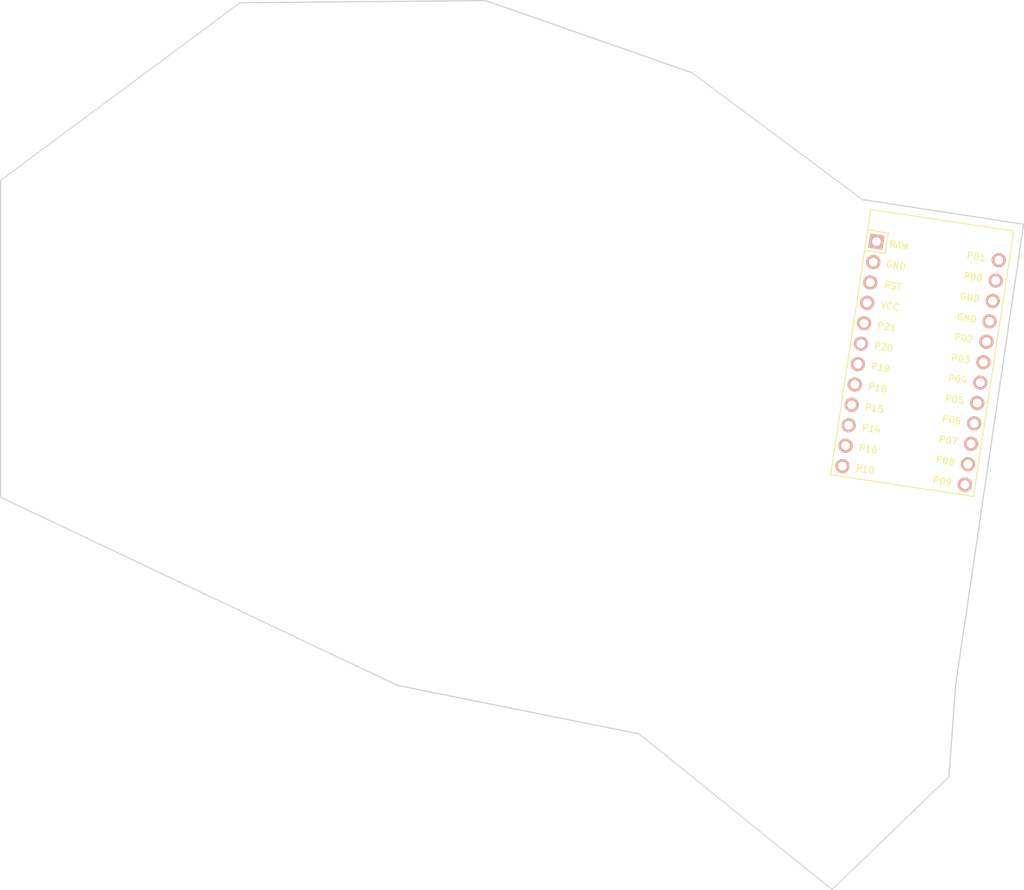
<source format=kicad_pcb>

            
(kicad_pcb (version 20171130) (host pcbnew 5.1.6)

  (page A3)
  (title_block
    (title skully)
    (rev v1.0.0)
    (company Unknown)
  )

  (general
    (thickness 1.6)
  )

  (layers
    (0 F.Cu signal)
    (31 B.Cu signal)
    (32 B.Adhes user)
    (33 F.Adhes user)
    (34 B.Paste user)
    (35 F.Paste user)
    (36 B.SilkS user)
    (37 F.SilkS user)
    (38 B.Mask user)
    (39 F.Mask user)
    (40 Dwgs.User user)
    (41 Cmts.User user)
    (42 Eco1.User user)
    (43 Eco2.User user)
    (44 Edge.Cuts user)
    (45 Margin user)
    (46 B.CrtYd user)
    (47 F.CrtYd user)
    (48 B.Fab user)
    (49 F.Fab user)
  )

  (setup
    (last_trace_width 0.25)
    (trace_clearance 0.2)
    (zone_clearance 0.508)
    (zone_45_only no)
    (trace_min 0.2)
    (via_size 0.8)
    (via_drill 0.4)
    (via_min_size 0.4)
    (via_min_drill 0.3)
    (uvia_size 0.3)
    (uvia_drill 0.1)
    (uvias_allowed no)
    (uvia_min_size 0.2)
    (uvia_min_drill 0.1)
    (edge_width 0.05)
    (segment_width 0.2)
    (pcb_text_width 0.3)
    (pcb_text_size 1.5 1.5)
    (mod_edge_width 0.12)
    (mod_text_size 1 1)
    (mod_text_width 0.15)
    (pad_size 1.524 1.524)
    (pad_drill 0.762)
    (pad_to_mask_clearance 0.05)
    (aux_axis_origin 0 0)
    (visible_elements FFFFFF7F)
    (pcbplotparams
      (layerselection 0x010fc_ffffffff)
      (usegerberextensions false)
      (usegerberattributes true)
      (usegerberadvancedattributes true)
      (creategerberjobfile true)
      (excludeedgelayer true)
      (linewidth 0.100000)
      (plotframeref false)
      (viasonmask false)
      (mode 1)
      (useauxorigin false)
      (hpglpennumber 1)
      (hpglpenspeed 20)
      (hpglpendiameter 15.000000)
      (psnegative false)
      (psa4output false)
      (plotreference true)
      (plotvalue true)
      (plotinvisibletext false)
      (padsonsilk false)
      (subtractmaskfromsilk false)
      (outputformat 1)
      (mirror false)
      (drillshape 1)
      (scaleselection 1)
      (outputdirectory ""))
  )

            (net 0 "")
(net 1 "RAW")
(net 2 "GND")
(net 3 "RST")
(net 4 "VCC")
(net 5 "P21")
(net 6 "P20")
(net 7 "P19")
(net 8 "P18")
(net 9 "P15")
(net 10 "P14")
(net 11 "P16")
(net 12 "P10")
(net 13 "P1")
(net 14 "P0")
(net 15 "P2")
(net 16 "P3")
(net 17 "P4")
(net 18 "P5")
(net 19 "P6")
(net 20 "P7")
(net 21 "P8")
(net 22 "P9")
            
  (net_class Default "This is the default net class."
    (clearance 0.2)
    (trace_width 0.25)
    (via_dia 0.8)
    (via_drill 0.4)
    (uvia_dia 0.3)
    (uvia_drill 0.1)
    (add_net "")
(add_net "RAW")
(add_net "GND")
(add_net "RST")
(add_net "VCC")
(add_net "P21")
(add_net "P20")
(add_net "P19")
(add_net "P18")
(add_net "P15")
(add_net "P14")
(add_net "P16")
(add_net "P10")
(add_net "P1")
(add_net "P0")
(add_net "P2")
(add_net "P3")
(add_net "P4")
(add_net "P5")
(add_net "P6")
(add_net "P7")
(add_net "P8")
(add_net "P9")
  )

            
        
      (module ProMicro (layer F.Cu) (tedit 5B307E4C)
      (at 103.2380534 -25.506203899999996 -98.6)

      
      (fp_text reference "MCU1" (at 0 0) (layer F.SilkS) hide (effects (font (size 1.27 1.27) (thickness 0.15))))
      (fp_text value "" (at 0 0) (layer F.SilkS) hide (effects (font (size 1.27 1.27) (thickness 0.15))))
    
      
      (fp_line (start -19.304 -3.81) (end -14.224 -3.81) (layer Dwgs.User) (width 0.15))
      (fp_line (start -19.304 3.81) (end -19.304 -3.81) (layer Dwgs.User) (width 0.15))
      (fp_line (start -14.224 3.81) (end -19.304 3.81) (layer Dwgs.User) (width 0.15))
      (fp_line (start -14.224 -3.81) (end -14.224 3.81) (layer Dwgs.User) (width 0.15))
    
      
      (fp_line (start -17.78 8.89) (end 15.24 8.89) (layer F.SilkS) (width 0.15))
      (fp_line (start 15.24 8.89) (end 15.24 -8.89) (layer F.SilkS) (width 0.15))
      (fp_line (start 15.24 -8.89) (end -17.78 -8.89) (layer F.SilkS) (width 0.15))
      (fp_line (start -17.78 -8.89) (end -17.78 8.89) (layer F.SilkS) (width 0.15))
      
        
        
        (fp_line (start -15.24 6.35) (end -12.7 6.35) (layer F.SilkS) (width 0.15))
        (fp_line (start -15.24 6.35) (end -15.24 8.89) (layer F.SilkS) (width 0.15))
        (fp_line (start -12.7 6.35) (end -12.7 8.89) (layer F.SilkS) (width 0.15))
      
        
        (fp_text user RAW (at -13.97 4.8 -8.599999999999994) (layer F.SilkS) (effects (font (size 0.8 0.8) (thickness 0.15))))
        (fp_text user GND (at -11.43 4.8 -8.599999999999994) (layer F.SilkS) (effects (font (size 0.8 0.8) (thickness 0.15))))
        (fp_text user RST (at -8.89 4.8 -8.599999999999994) (layer F.SilkS) (effects (font (size 0.8 0.8) (thickness 0.15))))
        (fp_text user VCC (at -6.35 4.8 -8.599999999999994) (layer F.SilkS) (effects (font (size 0.8 0.8) (thickness 0.15))))
        (fp_text user P21 (at -3.81 4.8 -8.599999999999994) (layer F.SilkS) (effects (font (size 0.8 0.8) (thickness 0.15))))
        (fp_text user P20 (at -1.27 4.8 -8.599999999999994) (layer F.SilkS) (effects (font (size 0.8 0.8) (thickness 0.15))))
        (fp_text user P19 (at 1.27 4.8 -8.599999999999994) (layer F.SilkS) (effects (font (size 0.8 0.8) (thickness 0.15))))
        (fp_text user P18 (at 3.81 4.8 -8.599999999999994) (layer F.SilkS) (effects (font (size 0.8 0.8) (thickness 0.15))))
        (fp_text user P15 (at 6.35 4.8 -8.599999999999994) (layer F.SilkS) (effects (font (size 0.8 0.8) (thickness 0.15))))
        (fp_text user P14 (at 8.89 4.8 -8.599999999999994) (layer F.SilkS) (effects (font (size 0.8 0.8) (thickness 0.15))))
        (fp_text user P16 (at 11.43 4.8 -8.599999999999994) (layer F.SilkS) (effects (font (size 0.8 0.8) (thickness 0.15))))
        (fp_text user P10 (at 13.97 4.8 -8.599999999999994) (layer F.SilkS) (effects (font (size 0.8 0.8) (thickness 0.15))))
      
        (fp_text user P01 (at -13.97 -4.8 -8.599999999999994) (layer F.SilkS) (effects (font (size 0.8 0.8) (thickness 0.15))))
        (fp_text user P00 (at -11.43 -4.8 -8.599999999999994) (layer F.SilkS) (effects (font (size 0.8 0.8) (thickness 0.15))))
        (fp_text user GND (at -8.89 -4.8 -8.599999999999994) (layer F.SilkS) (effects (font (size 0.8 0.8) (thickness 0.15))))
        (fp_text user GND (at -6.35 -4.8 -8.599999999999994) (layer F.SilkS) (effects (font (size 0.8 0.8) (thickness 0.15))))
        (fp_text user P02 (at -3.81 -4.8 -8.599999999999994) (layer F.SilkS) (effects (font (size 0.8 0.8) (thickness 0.15))))
        (fp_text user P03 (at -1.27 -4.8 -8.599999999999994) (layer F.SilkS) (effects (font (size 0.8 0.8) (thickness 0.15))))
        (fp_text user P04 (at 1.27 -4.8 -8.599999999999994) (layer F.SilkS) (effects (font (size 0.8 0.8) (thickness 0.15))))
        (fp_text user P05 (at 3.81 -4.8 -8.599999999999994) (layer F.SilkS) (effects (font (size 0.8 0.8) (thickness 0.15))))
        (fp_text user P06 (at 6.35 -4.8 -8.599999999999994) (layer F.SilkS) (effects (font (size 0.8 0.8) (thickness 0.15))))
        (fp_text user P07 (at 8.89 -4.8 -8.599999999999994) (layer F.SilkS) (effects (font (size 0.8 0.8) (thickness 0.15))))
        (fp_text user P08 (at 11.43 -4.8 -8.599999999999994) (layer F.SilkS) (effects (font (size 0.8 0.8) (thickness 0.15))))
        (fp_text user P09 (at 13.97 -4.8 -8.599999999999994) (layer F.SilkS) (effects (font (size 0.8 0.8) (thickness 0.15))))
      
        
        (pad 1 thru_hole rect (at -13.97 7.62 -98.6) (size 1.7526 1.7526) (drill 1.0922) (layers *.Cu *.SilkS *.Mask) (net 1 "RAW"))
        (pad 2 thru_hole circle (at -11.43 7.62 0) (size 1.7526 1.7526) (drill 1.0922) (layers *.Cu *.SilkS *.Mask) (net 2 "GND"))
        (pad 3 thru_hole circle (at -8.89 7.62 0) (size 1.7526 1.7526) (drill 1.0922) (layers *.Cu *.SilkS *.Mask) (net 3 "RST"))
        (pad 4 thru_hole circle (at -6.35 7.62 0) (size 1.7526 1.7526) (drill 1.0922) (layers *.Cu *.SilkS *.Mask) (net 4 "VCC"))
        (pad 5 thru_hole circle (at -3.81 7.62 0) (size 1.7526 1.7526) (drill 1.0922) (layers *.Cu *.SilkS *.Mask) (net 5 "P21"))
        (pad 6 thru_hole circle (at -1.27 7.62 0) (size 1.7526 1.7526) (drill 1.0922) (layers *.Cu *.SilkS *.Mask) (net 6 "P20"))
        (pad 7 thru_hole circle (at 1.27 7.62 0) (size 1.7526 1.7526) (drill 1.0922) (layers *.Cu *.SilkS *.Mask) (net 7 "P19"))
        (pad 8 thru_hole circle (at 3.81 7.62 0) (size 1.7526 1.7526) (drill 1.0922) (layers *.Cu *.SilkS *.Mask) (net 8 "P18"))
        (pad 9 thru_hole circle (at 6.35 7.62 0) (size 1.7526 1.7526) (drill 1.0922) (layers *.Cu *.SilkS *.Mask) (net 9 "P15"))
        (pad 10 thru_hole circle (at 8.89 7.62 0) (size 1.7526 1.7526) (drill 1.0922) (layers *.Cu *.SilkS *.Mask) (net 10 "P14"))
        (pad 11 thru_hole circle (at 11.43 7.62 0) (size 1.7526 1.7526) (drill 1.0922) (layers *.Cu *.SilkS *.Mask) (net 11 "P16"))
        (pad 12 thru_hole circle (at 13.97 7.62 0) (size 1.7526 1.7526) (drill 1.0922) (layers *.Cu *.SilkS *.Mask) (net 12 "P10"))
        
        (pad 13 thru_hole circle (at -13.97 -7.62 0) (size 1.7526 1.7526) (drill 1.0922) (layers *.Cu *.SilkS *.Mask) (net 13 "P1"))
        (pad 14 thru_hole circle (at -11.43 -7.62 0) (size 1.7526 1.7526) (drill 1.0922) (layers *.Cu *.SilkS *.Mask) (net 14 "P0"))
        (pad 15 thru_hole circle (at -8.89 -7.62 0) (size 1.7526 1.7526) (drill 1.0922) (layers *.Cu *.SilkS *.Mask) (net 2 "GND"))
        (pad 16 thru_hole circle (at -6.35 -7.62 0) (size 1.7526 1.7526) (drill 1.0922) (layers *.Cu *.SilkS *.Mask) (net 2 "GND"))
        (pad 17 thru_hole circle (at -3.81 -7.62 0) (size 1.7526 1.7526) (drill 1.0922) (layers *.Cu *.SilkS *.Mask) (net 15 "P2"))
        (pad 18 thru_hole circle (at -1.27 -7.62 0) (size 1.7526 1.7526) (drill 1.0922) (layers *.Cu *.SilkS *.Mask) (net 16 "P3"))
        (pad 19 thru_hole circle (at 1.27 -7.62 0) (size 1.7526 1.7526) (drill 1.0922) (layers *.Cu *.SilkS *.Mask) (net 17 "P4"))
        (pad 20 thru_hole circle (at 3.81 -7.62 0) (size 1.7526 1.7526) (drill 1.0922) (layers *.Cu *.SilkS *.Mask) (net 18 "P5"))
        (pad 21 thru_hole circle (at 6.35 -7.62 0) (size 1.7526 1.7526) (drill 1.0922) (layers *.Cu *.SilkS *.Mask) (net 19 "P6"))
        (pad 22 thru_hole circle (at 8.89 -7.62 0) (size 1.7526 1.7526) (drill 1.0922) (layers *.Cu *.SilkS *.Mask) (net 20 "P7"))
        (pad 23 thru_hole circle (at 11.43 -7.62 0) (size 1.7526 1.7526) (drill 1.0922) (layers *.Cu *.SilkS *.Mask) (net 21 "P8"))
        (pad 24 thru_hole circle (at 13.97 -7.62 0) (size 1.7526 1.7526) (drill 1.0922) (layers *.Cu *.SilkS *.Mask) (net 22 "P9"))
      )
        
            (gr_line (start 107.54047 14.161463800000003) (end 115.9067447 -42.5943362) (angle 90) (layer Edge.Cuts) (width 0.15))
(gr_line (start 115.9067447 -42.5943362) (end 96.08191680000002 -45.6318022) (angle 90) (layer Edge.Cuts) (width 0.15))
(gr_line (start 96.08191680000002 -45.6318022) (end 75.0590213 -61.261513199999996) (angle 90) (layer Edge.Cuts) (width 0.15))
(gr_line (start 75.0590213 -61.261513199999996) (end 49.707878300000004 -70.1258239) (angle 90) (layer Edge.Cuts) (width 0.15))
(gr_line (start 49.707878300000004 -70.1258239) (end 19.456485800000003 -69.8622499) (angle 90) (layer Edge.Cuts) (width 0.15))
(gr_line (start 19.456485800000003 -69.8622499) (end -10 -48) (angle 90) (layer Edge.Cuts) (width 0.15))
(gr_line (start -10 -48) (end -10 -9) (angle 90) (layer Edge.Cuts) (width 0.15))
(gr_line (start -10 -9) (end 38.843396899999995 14.158451600000001) (angle 90) (layer Edge.Cuts) (width 0.15))
(gr_line (start 38.843396899999995 14.158451600000001) (end 68.58647969999998 20.1269178) (angle 90) (layer Edge.Cuts) (width 0.15))
(gr_line (start 68.58647969999998 20.1269178) (end 92.3362953 39.292084100000004) (angle 90) (layer Edge.Cuts) (width 0.15))
(gr_line (start 92.3362953 39.292084100000004) (end 106.7230913 25.398916700000004) (angle 90) (layer Edge.Cuts) (width 0.15))
(gr_line (start 106.7230913 25.398916700000004) (end 107.54047 14.161463800000003) (angle 90) (layer Edge.Cuts) (width 0.15))
            
)

        
</source>
